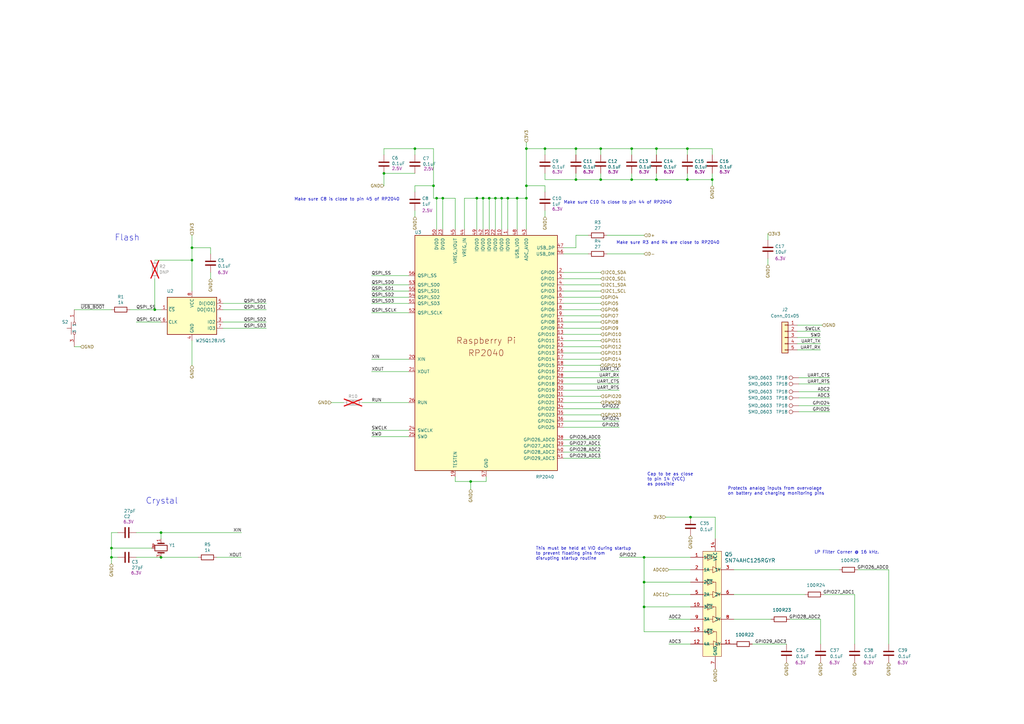
<source format=kicad_sch>
(kicad_sch (version 20230121) (generator eeschema)
  (paper "A3")
  (title_block (title "RP2040 Minimal Design Example") (date "2020-12-18") (rev "REV1") (company "Raspberry Pi (Trading) Ltd"))
  (lib_symbols
    (symbol "Connector_Generic:Conn_01x05" (pin_names (offset 1.016) hide)
      (property "Reference" "J" (at 0 7.62 0))
      (property "Value" "Conn_01x05" (at 0 -7.62 0))
      (symbol "Conn_01x05_1_1"
        (rectangle (start -1.27 -4.953) (end 0 -5.207) (stroke (width 0.1524)))
        (rectangle (start -1.27 -2.413) (end 0 -2.667) (stroke (width 0.1524)))
        (rectangle (start -1.27 0.127) (end 0 -0.127) (stroke (width 0.1524)))
        (rectangle (start -1.27 2.667) (end 0 2.413) (stroke (width 0.1524)))
        (rectangle (start -1.27 5.207) (end 0 4.953) (stroke (width 0.1524)))
        (rectangle (start -1.27 6.35) (end 1.27 -6.35) (stroke (width 0.254)) (fill (type background)))
        (pin passive line (at -5.08 5.08 0) (length 3.81) (name "Pin_1") (number "1"))
        (pin passive line (at -5.08 2.54 0) (length 3.81) (name "Pin_2") (number "2"))
        (pin passive line (at -5.08 0 0) (length 3.81) (name "Pin_3") (number "3"))
        (pin passive line (at -5.08 -2.54 0) (length 3.81) (name "Pin_4") (number "4"))
        (pin passive line (at -5.08 -5.08 0) (length 3.81) (name "Pin_5") (number "5"))
      )
    )
    (symbol "Device:R" (pin_numbers hide) (pin_names (offset 0))
      (property "Reference" "R" (at 2.032 0 90))
      (property "Value" "R" (at 0 0 90))
      (symbol "R_0_1"
        (rectangle (start -1.016 -2.54) (end 1.016 2.54) (stroke (width 0.254)))
      )
      (symbol "R_1_1"
        (pin passive line (at 0 3.81 270) (length 1.27) (name "~") (number "1"))
        (pin passive line (at 0 -3.81 90) (length 1.27) (name "~") (number "2"))
      )
    )
    (symbol "robot:C" (pin_numbers hide) (pin_names (offset 0.254))
      (property "Reference" "C" (at 0.635 2.54 0))
      (property "Value" "C" (at 0.635 -2.54 0))
      (symbol "C_0_1"
        (polyline (pts (xy -2.032 -0.762) (xy 2.032 -0.762)) (stroke (width 0.508)))
        (polyline (pts (xy -2.032 0.762) (xy 2.032 0.762)) (stroke (width 0.508)))
      )
      (symbol "C_1_1"
        (pin passive line (at 0 3.81 270) (length 2.794) (name "~") (number "1"))
        (pin passive line (at 0 -3.81 90) (length 2.794) (name "~") (number "2"))
      )
    )
    (symbol "robot:Crystal" (pin_names (offset 1.016) hide)
      (property "Reference" "Y1" (at -1.1684 3.3274 90))
      (symbol "Crystal_0_1"
        (rectangle (start -1.143 2.54) (end 1.143 -2.54) (stroke (width 0.3048)))
        (polyline (pts (xy -2.54 0) (xy -1.905 0)))
        (polyline (pts (xy -1.905 -1.27) (xy -1.905 1.27)) (stroke (width 0.508)))
        (polyline (pts (xy 1.905 -1.27) (xy 1.905 1.27)) (stroke (width 0.508)))
        (polyline (pts (xy 2.54 0) (xy 1.905 0)))
      )
      (symbol "Crystal_1_1"
        (pin passive line (at -3.81 0 0) (length 1.27) (name "") (number "1"))
        (pin passive line (at 0 -3.81 90) (length 1.27) (name "GND") (number "2"))
        (pin passive line (at 3.81 0 180) (length 1.27) (name "") (number "3"))
        (pin passive line (at 0 -3.81 90) (length 1.27) (name "GND") (number "4"))
      )
    )
    (symbol "robot:R" (pin_numbers hide) (pin_names (offset 0))
      (property "Reference" "R" (at 2.032 0 90))
      (property "Value" "R" (at 0 0 90))
      (symbol "R_0_1"
        (rectangle (start -1.016 -2.54) (end 1.016 2.54) (stroke (width 0.254)))
      )
      (symbol "R_1_1"
        (pin passive line (at 0 3.81 270) (length 1.27) (name "~") (number "1"))
        (pin passive line (at 0 -3.81 90) (length 1.27) (name "~") (number "2"))
      )
    )
    (symbol "robot:RP2040" (pin_names (offset 1.016))
      (property "Reference" "U" (at -29.21 49.53 0))
      (property "Value" "RP2040" (at 24.13 -49.53 0))
      (symbol "RP2040_0_0"
        (text "Raspberry Pi" (at 0 5.08 0) (effects (font (size 2.54 2.54))))
        (text "RP2040" (at 0 0 0) (effects (font (size 2.54 2.54))))
      )
      (symbol "RP2040_0_1"
        (rectangle (start 29.21 48.26) (end -29.21 -48.26) (stroke (width 0.254)) (fill (type background)))
      )
      (symbol "RP2040_1_1"
        (pin power_in line (at 8.89 50.8 270) (length 2.54) (name "IOVDD") (number "1"))
        (pin power_in line (at 6.35 50.8 270) (length 2.54) (name "IOVDD") (number "10"))
        (pin bidirectional line (at 31.75 12.7 180) (length 2.54) (name "GPIO8") (number "11"))
        (pin bidirectional line (at 31.75 10.16 180) (length 2.54) (name "GPIO9") (number "12"))
        (pin bidirectional line (at 31.75 7.62 180) (length 2.54) (name "GPIO10") (number "13"))
        (pin bidirectional line (at 31.75 5.08 180) (length 2.54) (name "GPIO11") (number "14"))
        (pin bidirectional line (at 31.75 2.54 180) (length 2.54) (name "GPIO12") (number "15"))
        (pin bidirectional line (at 31.75 0 180) (length 2.54) (name "GPIO13") (number "16"))
        (pin bidirectional line (at 31.75 -2.54 180) (length 2.54) (name "GPIO14") (number "17"))
        (pin bidirectional line (at 31.75 -5.08 180) (length 2.54) (name "GPIO15") (number "18"))
        (pin passive line (at -12.7 -50.8 90) (length 2.54) (name "TESTEN") (number "19"))
        (pin bidirectional line (at 31.75 33.02 180) (length 2.54) (name "GPIO0") (number "2"))
        (pin input line (at -31.75 -2.54 0) (length 2.54) (name "XIN") (number "20"))
        (pin passive line (at -31.75 -7.62 0) (length 2.54) (name "XOUT") (number "21"))
        (pin power_in line (at 3.81 50.8 270) (length 2.54) (name "IOVDD") (number "22"))
        (pin power_in line (at -17.78 50.8 270) (length 2.54) (name "DVDD") (number "23"))
        (pin output line (at -31.75 -31.75 0) (length 2.54) (name "SWCLK") (number "24"))
        (pin bidirectional line (at -31.75 -34.29 0) (length 2.54) (name "SWD") (number "25"))
        (pin input line (at -31.75 -20.32 0) (length 2.54) (name "RUN") (number "26"))
        (pin bidirectional line (at 31.75 -7.62 180) (length 2.54) (name "GPIO16") (number "27"))
        (pin bidirectional line (at 31.75 -10.16 180) (length 2.54) (name "GPIO17") (number "28"))
        (pin bidirectional line (at 31.75 -12.7 180) (length 2.54) (name "GPIO18") (number "29"))
        (pin bidirectional line (at 31.75 30.48 180) (length 2.54) (name "GPIO1") (number "3"))
        (pin bidirectional line (at 31.75 -15.24 180) (length 2.54) (name "GPIO19") (number "30"))
        (pin bidirectional line (at 31.75 -17.78 180) (length 2.54) (name "GPIO20") (number "31"))
        (pin bidirectional line (at 31.75 -20.32 180) (length 2.54) (name "GPIO21") (number "32"))
        (pin power_in line (at 1.27 50.8 270) (length 2.54) (name "IOVDD") (number "33"))
        (pin bidirectional line (at 31.75 -22.86 180) (length 2.54) (name "GPIO22") (number "34"))
        (pin bidirectional line (at 31.75 -25.4 180) (length 2.54) (name "GPIO23") (number "35"))
        (pin bidirectional line (at 31.75 -27.94 180) (length 2.54) (name "GPIO24") (number "36"))
        (pin bidirectional line (at 31.75 -30.48 180) (length 2.54) (name "GPIO25") (number "37"))
        (pin bidirectional line (at 31.75 -35.56 180) (length 2.54) (name "GPIO26_ADC0") (number "38"))
        (pin bidirectional line (at 31.75 -38.1 180) (length 2.54) (name "GPIO27_ADC1") (number "39"))
        (pin bidirectional line (at 31.75 27.94 180) (length 2.54) (name "GPIO2") (number "4"))
        (pin bidirectional line (at 31.75 -40.64 180) (length 2.54) (name "GPIO28_ADC2") (number "40"))
        (pin bidirectional line (at 31.75 -43.18 180) (length 2.54) (name "GPIO29_ADC3") (number "41"))
        (pin power_in line (at -1.27 50.8 270) (length 2.54) (name "IOVDD") (number "42"))
        (pin power_in line (at 16.51 50.8 270) (length 2.54) (name "ADC_AVDD") (number "43"))
        (pin power_in line (at -8.89 50.8 270) (length 2.54) (name "VREG_IN") (number "44"))
        (pin power_out line (at -12.7 50.8 270) (length 2.54) (name "VREG_VOUT") (number "45"))
        (pin bidirectional line (at 31.75 40.64 180) (length 2.54) (name "USB_DM") (number "46"))
        (pin bidirectional line (at 31.75 43.18 180) (length 2.54) (name "USB_DP") (number "47"))
        (pin power_in line (at 12.7 50.8 270) (length 2.54) (name "USB_VDD") (number "48"))
        (pin power_in line (at -3.81 50.8 270) (length 2.54) (name "IOVDD") (number "49"))
        (pin bidirectional line (at 31.75 25.4 180) (length 2.54) (name "GPIO3") (number "5"))
        (pin power_in line (at -20.32 50.8 270) (length 2.54) (name "DVDD") (number "50"))
        (pin bidirectional line (at -31.75 20.32 0) (length 2.54) (name "QSPI_SD3") (number "51"))
        (pin output line (at -31.75 16.51 0) (length 2.54) (name "QSPI_SCLK") (number "52"))
        (pin bidirectional line (at -31.75 27.94 0) (length 2.54) (name "QSPI_SD0") (number "53"))
        (pin bidirectional line (at -31.75 22.86 0) (length 2.54) (name "QSPI_SD2") (number "54"))
        (pin bidirectional line (at -31.75 25.4 0) (length 2.54) (name "QSPI_SD1") (number "55"))
        (pin bidirectional line (at -31.75 31.75 0) (length 2.54) (name "QSPI_SS") (number "56"))
        (pin power_in line (at 0 -50.8 90) (length 2.54) (name "GND") (number "57"))
        (pin bidirectional line (at 31.75 22.86 180) (length 2.54) (name "GPIO4") (number "6"))
        (pin bidirectional line (at 31.75 20.32 180) (length 2.54) (name "GPIO5") (number "7"))
        (pin bidirectional line (at 31.75 17.78 180) (length 2.54) (name "GPIO6") (number "8"))
        (pin bidirectional line (at 31.75 15.24 180) (length 2.54) (name "GPIO7") (number "9"))
      )
    )
    (symbol "robot:SN74AHC125RGYR" (pin_names (offset 0.254))
      (property "Reference" "U" (at 0 41.91 0))
      (property "Value" "SN74AHC125RGYR" (at 0 39.37 0))
      (symbol "SN74AHC125RGYR_0_0"
        (pin input line (at 1.27 -29.21 90) (length 5.08) hide (name "GND") (number "PAD"))
      )
      (symbol "SN74AHC125RGYR_0_1"
        (rectangle (start -3.81 19.05) (end 3.81 -24.13) (fill (type background)))
        (circle (center -2.286 -3.81) (radius 0.254))
        (circle (center -2.286 6.35) (radius 0.254))
        (circle (center -2.286 16.51) (radius 0.254))
        (circle (center -2.032 -13.97) (radius 0.254))
        (polyline (pts (xy -2.54 -3.81) (xy -3.937 -3.81)))
        (polyline (pts (xy -2.54 6.35) (xy -3.937 6.35)))
        (polyline (pts (xy -2.54 16.51) (xy -3.937 16.51)))
        (polyline (pts (xy -2.286 -13.97) (xy -3.683 -13.97)))
        (polyline (pts (xy 0.254 -8.89) (xy -3.81 -8.89)))
        (polyline (pts (xy 0.254 1.27) (xy -3.81 1.27)))
        (polyline (pts (xy 0.254 11.43) (xy -3.81 11.43)))
        (polyline (pts (xy 0.508 -19.05) (xy -3.556 -19.05)))
        (polyline (pts (xy 2.667 -8.89) (xy 3.683 -8.89)))
        (polyline (pts (xy 2.667 1.27) (xy 3.683 1.27)))
        (polyline (pts (xy 2.667 11.43) (xy 3.683 11.43)))
        (polyline (pts (xy 2.921 -19.05) (xy 3.937 -19.05)))
        (polyline (pts (xy 1.524 -8.255) (xy 1.524 -3.81) (xy 0.635 -3.81)))
        (polyline (pts (xy 1.524 1.905) (xy 1.524 6.35) (xy 0.635 6.35)))
        (polyline (pts (xy 1.524 12.065) (xy 1.524 16.51) (xy 0.635 16.51)))
        (polyline (pts (xy 1.778 -18.415) (xy 1.778 -13.97) (xy 0.889 -13.97)))
        (polyline (pts (xy -1.905 -2.54) (xy -1.905 -3.81) (xy -1.905 -5.08) (xy 0.635 -3.81) (xy -1.905 -2.54)))
        (polyline (pts (xy -1.905 7.62) (xy -1.905 6.35) (xy -1.905 5.08) (xy 0.635 6.35) (xy -1.905 7.62)))
        (polyline (pts (xy -1.905 17.78) (xy -1.905 16.51) (xy -1.905 15.24) (xy 0.635 16.51) (xy -1.905 17.78)))
        (polyline (pts (xy -1.651 -12.7) (xy -1.651 -13.97) (xy -1.651 -15.24) (xy 0.889 -13.97) (xy -1.651 -12.7)))
        (polyline (pts (xy 0.254 -7.62) (xy 0.254 -8.89) (xy 0.254 -10.16) (xy 2.794 -8.89) (xy 0.254 -7.62)))
        (polyline (pts (xy 0.254 2.54) (xy 0.254 1.27) (xy 0.254 0) (xy 2.794 1.27) (xy 0.254 2.54)))
        (polyline (pts (xy 0.254 12.7) (xy 0.254 11.43) (xy 0.254 10.16) (xy 2.794 11.43) (xy 0.254 12.7)))
        (polyline (pts (xy 0.508 -17.78) (xy 0.508 -19.05) (xy 0.508 -20.32) (xy 3.048 -19.05) (xy 0.508 -17.78)))
      )
      (symbol "SN74AHC125RGYR_1_1"
        (pin input line (at -8.89 16.51 0) (length 5.08) (name "1~{OE}") (number "1"))
        (pin input line (at -8.89 -3.81 0) (length 5.08) (name "3~{OE}") (number "10"))
        (pin output line (at 8.89 -19.05 180) (length 5.08) (name "4Y") (number "11"))
        (pin input line (at -8.89 -19.05 0) (length 5.08) (name "4A") (number "12"))
        (pin input line (at -8.89 -13.97 0) (length 5.08) (name "4~{OE}") (number "13"))
        (pin power_in line (at 1.27 24.13 270) (length 5.08) (name "VCC") (number "14"))
        (pin input line (at -8.89 11.43 0) (length 5.08) (name "1A") (number "2"))
        (pin output line (at 8.89 11.43 180) (length 5.08) (name "1Y") (number "3"))
        (pin input line (at -8.89 6.35 0) (length 5.08) (name "2~{OE}") (number "4"))
        (pin input line (at -8.89 1.27 0) (length 5.08) (name "2A") (number "5"))
        (pin output line (at 8.89 1.27 180) (length 5.08) (name "2Y") (number "6"))
        (pin power_in line (at 1.27 -29.21 90) (length 5.08) (name "GND") (number "7"))
        (pin output line (at 8.89 -8.89 180) (length 5.08) (name "3Y") (number "8"))
        (pin input line (at -8.89 -8.89 0) (length 5.08) (name "3A") (number "9"))
      )
    )
    (symbol "robot:TL3305AF260QG"
      (property "Reference" "S?" (at 1.27 3.81 0))
      (symbol "TL3305AF260QG_0_1"
        (circle (center -2.032 0) (radius 0.508))
        (polyline (pts (xy 0 1.27) (xy 0 3.048)))
        (polyline (pts (xy 2.54 1.27) (xy -2.54 1.27)))
        (circle (center 2.032 0) (radius 0.508))
      )
      (symbol "TL3305AF260QG_1_1"
        (pin passive line (at 7.62 0 180) (length 5.08) (name "1") (number "1"))
        (pin passive line (at 7.62 0 180) (length 5.08) hide (name "2") (number "2"))
        (pin passive line (at -7.62 0 0) (length 5.08) (name "3") (number "3"))
        (pin passive line (at -7.62 0 0) (length 5.08) hide (name "4") (number "4"))
      )
    )
    (symbol "robot:TestPoint" (pin_numbers hide) (pin_names (offset 0.762) hide)
      (property "Reference" "TP" (at 0 6.858 0))
      (symbol "TestPoint_0_1"
        (circle (center 0 3.302) (radius 0.762))
      )
      (symbol "TestPoint_1_1"
        (pin passive line (at 0 0 90) (length 2.54) (name "1") (number "1"))
      )
    )
    (symbol "robot:W25Q128JVS"
      (property "Reference" "U" (at -8.89 8.89 0))
      (property "Value" "W25Q128JVS" (at 7.62 8.89 0))
      (symbol "W25Q128JVS_0_1"
        (rectangle (start -10.16 7.62) (end 10.16 -7.62) (stroke (width 0.254)) (fill (type background)))
      )
      (symbol "W25Q128JVS_1_1"
        (pin input line (at -12.7 2.54 0) (length 2.54) (name "~{CS}") (number "1"))
        (pin bidirectional line (at 12.7 2.54 180) (length 2.54) (name "DO(IO1)") (number "2"))
        (pin bidirectional line (at 12.7 -2.54 180) (length 2.54) (name "IO2") (number "3"))
        (pin power_in line (at 0 -10.16 90) (length 2.54) (name "GND") (number "4"))
        (pin bidirectional line (at 12.7 5.08 180) (length 2.54) (name "DI(IO0)") (number "5"))
        (pin input line (at -12.7 -2.54 0) (length 2.54) (name "CLK") (number "6"))
        (pin bidirectional line (at 12.7 -5.08 180) (length 2.54) (name "IO3") (number "7"))
        (pin power_in line (at 0 10.16 270) (length 2.54) (name "VCC") (number "8"))
      )
    )
  )
  (junction (at 223.52 60.96))
  (junction (at 179.07 81.28))
  (junction (at 264.16 248.92))
  (junction (at 78.74 106.68))
  (junction (at 215.9 60.96))
  (junction (at 236.22 73.66))
  (junction (at 246.38 60.96))
  (junction (at 281.94 73.66))
  (junction (at 45.72 228.6))
  (junction (at 283.21 212.09))
  (junction (at 45.72 224.79))
  (junction (at 200.66 81.28))
  (junction (at 264.16 228.6))
  (junction (at 205.74 81.28))
  (junction (at 215.9 81.28))
  (junction (at 259.08 60.96))
  (junction (at 259.08 73.66))
  (junction (at 195.58 81.28))
  (junction (at 177.8 76.2))
  (junction (at 281.94 60.96))
  (junction (at 215.9 76.2))
  (junction (at 246.38 73.66))
  (junction (at 181.61 81.28))
  (junction (at 236.22 60.96))
  (junction (at 208.28 81.28))
  (junction (at 269.24 60.96))
  (junction (at 170.18 60.96))
  (junction (at 269.24 73.66))
  (junction (at 193.04 197.485))
  (junction (at 66.04 228.6))
  (junction (at 212.09 81.28))
  (junction (at 264.16 238.76))
  (junction (at 66.04 218.44))
  (junction (at 292.1 73.66))
  (junction (at 203.2 81.28))
  (junction (at 198.12 81.28))
  (junction (at 78.74 101.6))
  (junction (at 157.48 71.12))
  (junction (at 63.5 127))
  (wire (pts (xy 186.69 93.98) (xy 186.69 81.28)))
  (wire (pts (xy 223.52 78.74) (xy 223.52 76.2)))
  (wire (pts (xy 55.88 218.44) (xy 66.04 218.44)))
  (wire (pts (xy 264.16 259.08) (xy 264.16 248.92)))
  (wire (pts (xy 246.38 63.5) (xy 246.38 60.96)))
  (wire (pts (xy 314.96 106.045) (xy 314.96 108.585)))
  (wire (pts (xy 167.64 179.07) (xy 152.4 179.07)))
  (wire (pts (xy 246.38 71.12) (xy 246.38 73.66)))
  (wire (pts (xy 30.48 127) (xy 45.72 127)))
  (wire (pts (xy 78.74 96.52) (xy 78.74 101.6)))
  (wire (pts (xy 283.21 212.09) (xy 293.37 212.09)))
  (wire (pts (xy 274.32 264.16) (xy 283.21 264.16)))
  (wire (pts (xy 231.14 170.18) (xy 246.38 170.18)))
  (wire (pts (xy 152.4 116.84) (xy 167.64 116.84)))
  (wire (pts (xy 351.79 233.68) (xy 364.49 233.68)))
  (wire (pts (xy 215.9 60.96) (xy 223.52 60.96)))
  (wire (pts (xy 231.14 119.38) (xy 246.38 119.38)))
  (wire (pts (xy 336.55 254) (xy 336.55 264.16)))
  (wire (pts (xy 181.61 81.28) (xy 186.69 81.28)))
  (wire (pts (xy 86.36 111.76) (xy 86.36 114.3)))
  (wire (pts (xy 231.14 114.3) (xy 246.38 114.3)))
  (wire (pts (xy 231.14 111.76) (xy 246.38 111.76)))
  (wire (pts (xy 208.28 81.28) (xy 208.28 93.98)))
  (wire (pts (xy 190.5 81.28) (xy 195.58 81.28)))
  (wire (pts (xy 48.26 218.44) (xy 45.72 218.44)))
  (wire (pts (xy 215.9 60.96) (xy 215.9 76.2)))
  (wire (pts (xy 274.32 254) (xy 283.21 254)))
  (wire (pts (xy 198.12 93.98) (xy 198.12 81.28)))
  (wire (pts (xy 157.48 63.5) (xy 157.48 60.96)))
  (wire (pts (xy 293.37 212.09) (xy 293.37 220.98)))
  (wire (pts (xy 157.48 71.12) (xy 157.48 76.2)))
  (wire (pts (xy 236.22 96.52) (xy 236.22 101.6)))
  (wire (pts (xy 231.14 124.46) (xy 246.38 124.46)))
  (wire (pts (xy 45.72 228.6) (xy 45.72 231.14)))
  (wire (pts (xy 236.22 96.52) (xy 241.3 96.52)))
  (wire (pts (xy 236.22 73.66) (xy 223.52 73.66)))
  (wire (pts (xy 167.64 113.03) (xy 152.4 113.03)))
  (wire (pts (xy 231.14 180.34) (xy 246.38 180.34)))
  (wire (pts (xy 215.9 81.28) (xy 215.9 93.98)))
  (wire (pts (xy 281.94 73.66) (xy 292.1 73.66)))
  (wire (pts (xy 91.44 134.62) (xy 109.22 134.62)))
  (wire (pts (xy 203.2 81.28) (xy 205.74 81.28)))
  (wire (pts (xy 179.07 81.28) (xy 177.8 81.28)))
  (wire (pts (xy 200.66 81.28) (xy 203.2 81.28)))
  (wire (pts (xy 66.04 228.6) (xy 81.28 228.6)))
  (wire (pts (xy 337.82 243.84) (xy 350.52 243.84)))
  (wire (pts (xy 236.22 60.96) (xy 246.38 60.96)))
  (wire (pts (xy 231.14 160.02) (xy 254 160.02)))
  (wire (pts (xy 223.52 60.96) (xy 236.22 60.96)))
  (wire (pts (xy 86.36 104.14) (xy 86.36 101.6)))
  (wire (pts (xy 340.36 168.91) (xy 327.66 168.91)))
  (wire (pts (xy 30.48 142.24) (xy 33.02 142.24)))
  (wire (pts (xy 186.69 195.58) (xy 186.69 197.485)))
  (wire (pts (xy 212.09 81.28) (xy 215.9 81.28)))
  (wire (pts (xy 246.38 60.96) (xy 259.08 60.96)))
  (wire (pts (xy 53.34 127) (xy 63.5 127)))
  (wire (pts (xy 269.24 71.12) (xy 269.24 73.66)))
  (wire (pts (xy 281.94 63.5) (xy 281.94 60.96)))
  (wire (pts (xy 259.08 71.12) (xy 259.08 73.66)))
  (wire (pts (xy 231.14 116.84) (xy 246.38 116.84)))
  (wire (pts (xy 231.14 134.62) (xy 246.38 134.62)))
  (wire (pts (xy 327.66 157.48) (xy 340.36 157.48)))
  (wire (pts (xy 231.14 104.14) (xy 241.3 104.14)))
  (wire (pts (xy 231.14 144.78) (xy 246.38 144.78)))
  (wire (pts (xy 236.22 71.12) (xy 236.22 73.66)))
  (wire (pts (xy 152.4 124.46) (xy 167.64 124.46)))
  (wire (pts (xy 45.72 224.79) (xy 62.23 224.79)))
  (wire (pts (xy 177.8 76.2) (xy 177.8 81.28)))
  (wire (pts (xy 157.48 60.96) (xy 170.18 60.96)))
  (wire (pts (xy 281.94 60.96) (xy 292.1 60.96)))
  (wire (pts (xy 199.39 197.485) (xy 193.04 197.485)))
  (wire (pts (xy 231.14 182.88) (xy 246.38 182.88)))
  (wire (pts (xy 327.025 135.89) (xy 336.55 135.89)))
  (wire (pts (xy 264.16 238.76) (xy 283.21 238.76)))
  (wire (pts (xy 231.14 162.56) (xy 246.38 162.56)))
  (wire (pts (xy 231.14 157.48) (xy 254 157.48)))
  (wire (pts (xy 231.14 121.92) (xy 246.38 121.92)))
  (wire (pts (xy 292.1 63.5) (xy 292.1 60.96)))
  (wire (pts (xy 157.48 71.12) (xy 170.18 71.12)))
  (wire (pts (xy 231.14 172.72) (xy 254 172.72)))
  (wire (pts (xy 327.025 143.51) (xy 336.55 143.51)))
  (wire (pts (xy 259.08 60.96) (xy 269.24 60.96)))
  (wire (pts (xy 198.12 81.28) (xy 200.66 81.28)))
  (wire (pts (xy 170.18 60.96) (xy 177.8 60.96)))
  (wire (pts (xy 205.74 81.28) (xy 208.28 81.28)))
  (wire (pts (xy 322.58 264.16) (xy 308.61 264.16)))
  (wire (pts (xy 246.38 73.66) (xy 236.22 73.66)))
  (wire (pts (xy 66.04 218.44) (xy 99.06 218.44)))
  (wire (pts (xy 170.18 78.74) (xy 170.18 76.2)))
  (wire (pts (xy 269.24 60.96) (xy 281.94 60.96)))
  (wire (pts (xy 264.16 248.92) (xy 283.21 248.92)))
  (wire (pts (xy 170.18 86.36) (xy 170.18 88.9)))
  (wire (pts (xy 63.5 106.68) (xy 78.74 106.68)))
  (wire (pts (xy 300.99 254) (xy 316.23 254)))
  (wire (pts (xy 78.74 106.68) (xy 78.74 119.38)))
  (wire (pts (xy 140.97 165.1) (xy 135.89 165.1)))
  (wire (pts (xy 63.5 114.3) (xy 63.5 127)))
  (wire (pts (xy 215.9 76.2) (xy 223.52 76.2)))
  (wire (pts (xy 215.9 76.2) (xy 215.9 81.28)))
  (wire (pts (xy 350.52 264.16) (xy 350.52 243.84)))
  (wire (pts (xy 327.025 138.43) (xy 336.55 138.43)))
  (wire (pts (xy 200.66 93.98) (xy 200.66 81.28)))
  (wire (pts (xy 254 228.6) (xy 264.16 228.6)))
  (wire (pts (xy 193.04 197.485) (xy 193.04 200.66)))
  (wire (pts (xy 231.14 101.6) (xy 236.22 101.6)))
  (wire (pts (xy 55.88 132.08) (xy 66.04 132.08)))
  (wire (pts (xy 91.44 132.08) (xy 109.22 132.08)))
  (wire (pts (xy 231.14 152.4) (xy 254 152.4)))
  (wire (pts (xy 66.04 220.98) (xy 66.04 218.44)))
  (wire (pts (xy 264.16 238.76) (xy 264.16 228.6)))
  (wire (pts (xy 45.72 224.79) (xy 45.72 228.6)))
  (wire (pts (xy 48.26 228.6) (xy 45.72 228.6)))
  (wire (pts (xy 223.52 63.5) (xy 223.52 60.96)))
  (wire (pts (xy 231.14 142.24) (xy 246.38 142.24)))
  (wire (pts (xy 259.08 73.66) (xy 246.38 73.66)))
  (wire (pts (xy 327.025 133.35) (xy 337.185 133.35)))
  (wire (pts (xy 264.16 248.92) (xy 264.16 238.76)))
  (wire (pts (xy 203.2 93.98) (xy 203.2 81.28)))
  (wire (pts (xy 167.64 152.4) (xy 152.4 152.4)))
  (wire (pts (xy 236.22 63.5) (xy 236.22 60.96)))
  (wire (pts (xy 340.36 163.195) (xy 327.66 163.195)))
  (wire (pts (xy 273.05 212.09) (xy 283.21 212.09)))
  (wire (pts (xy 231.14 127) (xy 246.38 127)))
  (wire (pts (xy 186.69 197.485) (xy 193.04 197.485)))
  (wire (pts (xy 231.14 132.08) (xy 246.38 132.08)))
  (wire (pts (xy 274.32 243.84) (xy 283.21 243.84)))
  (wire (pts (xy 215.9 58.42) (xy 215.9 60.96)))
  (wire (pts (xy 231.14 165.1) (xy 246.38 165.1)))
  (wire (pts (xy 231.14 167.64) (xy 254 167.64)))
  (wire (pts (xy 314.96 95.885) (xy 314.96 98.425)))
  (wire (pts (xy 269.24 73.66) (xy 259.08 73.66)))
  (wire (pts (xy 231.14 149.86) (xy 246.38 149.86)))
  (wire (pts (xy 327.025 140.97) (xy 336.55 140.97)))
  (wire (pts (xy 152.4 121.92) (xy 167.64 121.92)))
  (wire (pts (xy 170.18 63.5) (xy 170.18 60.96)))
  (wire (pts (xy 45.72 218.44) (xy 45.72 224.79)))
  (wire (pts (xy 231.14 187.96) (xy 246.38 187.96)))
  (wire (pts (xy 195.58 93.98) (xy 195.58 81.28)))
  (wire (pts (xy 199.39 195.58) (xy 199.39 197.485)))
  (wire (pts (xy 336.55 254) (xy 323.85 254)))
  (wire (pts (xy 88.9 228.6) (xy 99.06 228.6)))
  (wire (pts (xy 364.49 264.16) (xy 364.49 233.68)))
  (wire (pts (xy 212.09 93.98) (xy 212.09 81.28)))
  (wire (pts (xy 292.1 73.66) (xy 292.1 76.2)))
  (wire (pts (xy 327.66 154.94) (xy 340.36 154.94)))
  (wire (pts (xy 231.14 154.94) (xy 254 154.94)))
  (wire (pts (xy 223.52 71.12) (xy 223.52 73.66)))
  (wire (pts (xy 55.88 228.6) (xy 66.04 228.6)))
  (wire (pts (xy 231.14 147.32) (xy 246.38 147.32)))
  (wire (pts (xy 195.58 81.28) (xy 198.12 81.28)))
  (wire (pts (xy 231.14 137.16) (xy 246.38 137.16)))
  (wire (pts (xy 340.36 160.655) (xy 327.66 160.655)))
  (wire (pts (xy 231.14 185.42) (xy 246.38 185.42)))
  (wire (pts (xy 148.59 165.1) (xy 167.64 165.1)))
  (wire (pts (xy 91.44 127) (xy 109.22 127)))
  (wire (pts (xy 181.61 93.98) (xy 181.61 81.28)))
  (wire (pts (xy 179.07 81.28) (xy 179.07 93.98)))
  (wire (pts (xy 167.64 176.53) (xy 152.4 176.53)))
  (wire (pts (xy 231.14 139.7) (xy 246.38 139.7)))
  (wire (pts (xy 152.4 119.38) (xy 167.64 119.38)))
  (wire (pts (xy 179.07 81.28) (xy 181.61 81.28)))
  (wire (pts (xy 231.14 129.54) (xy 246.38 129.54)))
  (wire (pts (xy 190.5 93.98) (xy 190.5 81.28)))
  (wire (pts (xy 167.64 128.27) (xy 152.4 128.27)))
  (wire (pts (xy 63.5 127) (xy 66.04 127)))
  (wire (pts (xy 269.24 63.5) (xy 269.24 60.96)))
  (wire (pts (xy 231.14 175.26) (xy 254 175.26)))
  (wire (pts (xy 283.21 259.08) (xy 264.16 259.08)))
  (wire (pts (xy 292.1 71.12) (xy 292.1 73.66)))
  (wire (pts (xy 78.74 139.7) (xy 78.74 149.86)))
  (wire (pts (xy 300.99 233.68) (xy 344.17 233.68)))
  (wire (pts (xy 264.16 228.6) (xy 283.21 228.6)))
  (wire (pts (xy 78.74 101.6) (xy 78.74 106.68)))
  (wire (pts (xy 152.4 147.32) (xy 167.64 147.32)))
  (wire (pts (xy 281.94 71.12) (xy 281.94 73.66)))
  (wire (pts (xy 170.18 76.2) (xy 177.8 76.2)))
  (wire (pts (xy 223.52 86.36) (xy 223.52 88.9)))
  (wire (pts (xy 300.99 243.84) (xy 330.2 243.84)))
  (wire (pts (xy 281.94 73.66) (xy 269.24 73.66)))
  (wire (pts (xy 91.44 124.46) (xy 109.22 124.46)))
  (wire (pts (xy 86.36 101.6) (xy 78.74 101.6)))
  (wire (pts (xy 177.8 60.96) (xy 177.8 76.2)))
  (wire (pts (xy 205.74 93.98) (xy 205.74 81.28)))
  (wire (pts (xy 248.92 96.52) (xy 264.16 96.52)))
  (wire (pts (xy 248.92 104.14) (xy 264.16 104.14)))
  (wire (pts (xy 274.32 233.68) (xy 283.21 233.68)))
  (wire (pts (xy 208.28 81.28) (xy 212.09 81.28)))
  (wire (pts (xy 340.36 166.37) (xy 327.66 166.37)))
  (wire (pts (xy 259.08 63.5) (xy 259.08 60.96)))
  (text "Make sure C8 is close to pin 45 of RP2040" (at 120.65 82.55 0) (effects (font (size 1.27 1.27)) (justify left bottom)))
  (text "LP Filter Corner @ 16 kHz." (at 334.01 227.33 0) (effects (font (size 1.27 1.27)) (justify left bottom)))
  (text "Cap to be as close \nto pin 14 (VCC) \nas possible" (at 265.43 199.39 0) (effects (font (size 1.27 1.27)) (justify left bottom)))
  (text "Make sure C10 is close to pin 44 of RP2040" (at 231.14 83.82 0) (effects (font (size 1.27 1.27)) (justify left bottom)))
  (text "Protects analog inputs from overvolage\non battery and charging monitoring pins" (at 298.45 203.2 0) (effects (font (size 1.27 1.27)) (justify left bottom)))
  (text "This must be held at VIO during startup\nto prevent floating pins from\ndisrupting startup routine" (at 219.71 229.87 0) (effects (font (size 1.27 1.27)) (justify left bottom)))
  (text "Flash" (at 46.99 99.06 0) (effects (font (size 2.54 2.54)) (justify left bottom)))
  (text "Crystal" (at 59.69 207.01 0) (effects (font (size 2.54 2.54)) (justify left bottom)))
  (text "Make sure R3 and R4 are close to RP2040" (at 252.73 100.33 0) (effects (font (size 1.27 1.27)) (justify left bottom)))
  (label "GPIO22" (at 254 167.64 180))
  (label "GPIO25" (at 340.36 168.91 180))
  (label "QSPI_SCLK" (at 152.4 128.27 0))
  (label "SWCLK" (at 152.4 176.53 0))
  (label "QSPI_SD3" (at 109.22 134.62 180))
  (label "XOUT" (at 152.4 152.4 0))
  (label "QSPI_SD0" (at 109.22 124.46 180))
  (label "QSPI_SD0" (at 152.4 116.84 0))
  (label "ADC3" (at 340.36 163.195 180))
  (label "UART_CTS" (at 340.36 154.94 180))
  (label "QSPI_SD2" (at 152.4 121.92 0))
  (label "GPIO29_ADC3" (at 322.58 264.16 180))
  (label "~{USB_BOOT}" (at 33.02 127 0))
  (label "QSPI_SD2" (at 109.22 132.08 180))
  (label "SWD" (at 152.4 179.07 0))
  (label "GPIO22" (at 254 228.6 0))
  (label "SWCLK" (at 336.55 135.89 180))
  (label "UART_RTS" (at 340.36 157.48 180))
  (label "UART_TX" (at 254 152.4 180))
  (label "XIN" (at 152.4 147.32 0))
  (label "GPIO26_ADC0" (at 364.49 233.68 180))
  (label "ADC2" (at 274.32 254 0))
  (label "GPIO27_ADC1" (at 246.38 182.88 180))
  (label "ADC2" (at 340.36 160.655 180))
  (label "UART_CTS" (at 254 157.48 180))
  (label "QSPI_SCLK" (at 55.88 132.08 0))
  (label "GPIO26_ADC0" (at 246.38 180.34 180))
  (label "QSPI_SD1" (at 109.22 127 180))
  (label "QSPI_SS" (at 55.88 127 0))
  (label "GPIO27_ADC1" (at 350.52 243.84 180))
  (label "SWD" (at 336.55 138.43 180))
  (label "GPIO28_ADC2" (at 336.55 254 180))
  (label "UART_RX" (at 336.55 143.51 180))
  (label "GPIO29_ADC3" (at 246.38 187.96 180))
  (label "GPIO24" (at 254 172.72 180))
  (label "RUN" (at 152.4 165.1 0))
  (label "UART_RTS" (at 254 160.02 180))
  (label "GPIO24" (at 340.36 166.37 180))
  (label "GPIO28_ADC2" (at 246.38 185.42 180))
  (label "QSPI_SD3" (at 152.4 124.46 0))
  (label "XOUT" (at 99.06 228.6 180))
  (label "QSPI_SD1" (at 152.4 119.38 0))
  (label "UART_RX" (at 254 154.94 180))
  (label "ADC3" (at 274.32 264.16 0))
  (label "GPIO25" (at 254 175.26 180))
  (label "QSPI_SS" (at 152.4 113.03 0))
  (label "XIN" (at 99.06 218.44 180))
  (label "UART_TX" (at 336.55 140.97 180))
  (hierarchical_label "GND" (shape input) (at 336.55 271.78 270))
  (hierarchical_label "GPIO6" (shape input) (at 246.38 127 0))
  (hierarchical_label "GND" (shape input) (at 223.52 88.9 270))
  (hierarchical_label "GND" (shape input) (at 283.21 219.71 270))
  (hierarchical_label "I2C1_SDA" (shape input) (at 246.38 116.84 0))
  (hierarchical_label "GND" (shape input) (at 293.37 274.32 270))
  (hierarchical_label "ADC0" (shape input) (at 274.32 233.68 180))
  (hierarchical_label "3V3" (shape input) (at 273.05 212.09 180))
  (hierarchical_label "GPIO5" (shape input) (at 246.38 124.46 0))
  (hierarchical_label "ADC1" (shape input) (at 274.32 243.84 180))
  (hierarchical_label "3V3" (shape input) (at 215.9 58.42 90))
  (hierarchical_label "PWM2B" (shape input) (at 246.38 165.1 0))
  (hierarchical_label "GPIO15" (shape input) (at 246.178 149.86 0))
  (hierarchical_label "GND" (shape input) (at 337.185 133.35 0))
  (hierarchical_label "GND" (shape input) (at 170.18 88.9 270))
  (hierarchical_label "GND" (shape input) (at 364.49 271.78 270))
  (hierarchical_label "GPIO13" (shape input) (at 246.38 144.78 0))
  (hierarchical_label "GPIO23" (shape input) (at 246.38 170.18 0))
  (hierarchical_label "D-" (shape input) (at 264.16 104.14 0))
  (hierarchical_label "I2C1_SCL" (shape input) (at 246.38 119.38 0))
  (hierarchical_label "GND" (shape input) (at 314.96 108.585 270))
  (hierarchical_label "GND" (shape input) (at 33.02 142.24 0))
  (hierarchical_label "GND" (shape input) (at 350.52 271.78 270))
  (hierarchical_label "GND" (shape input) (at 292.1 76.2 270))
  (hierarchical_label "GPIO8" (shape input) (at 246.38 132.08 0))
  (hierarchical_label "GPIO4" (shape input) (at 246.38 121.92 0))
  (hierarchical_label "GPIO12" (shape input) (at 246.38 142.24 0))
  (hierarchical_label "GPIO9" (shape input) (at 246.38 134.62 0))
  (hierarchical_label "GND" (shape input) (at 193.04 200.66 270))
  (hierarchical_label "GND" (shape input) (at 322.58 271.78 270))
  (hierarchical_label "D+" (shape input) (at 264.16 96.52 0))
  (hierarchical_label "GND" (shape input) (at 86.36 114.3 270))
  (hierarchical_label "GPIO7" (shape input) (at 246.38 129.54 0))
  (hierarchical_label "GPIO11" (shape input) (at 246.38 139.7 0))
  (hierarchical_label "I2C0_SDA" (shape input) (at 246.38 111.76 0))
  (hierarchical_label "GPIO14" (shape input) (at 246.38 147.32 0))
  (hierarchical_label "GND" (shape input) (at 45.72 231.14 270))
  (hierarchical_label "I2C0_SCL" (shape input) (at 246.38 114.3 0))
  (hierarchical_label "GND" (shape input) (at 78.74 149.86 270))
  (hierarchical_label "3V3" (shape input) (at 314.96 95.885 0))
  (hierarchical_label "GND" (shape input) (at 135.89 165.1 180))
  (hierarchical_label "GPIO20" (shape input) (at 246.38 162.56 0))
  (hierarchical_label "GPIO10" (shape input) (at 246.38 137.16 0))
  (hierarchical_label "3V3" (shape input) (at 78.74 96.52 90))
  (hierarchical_label "GND" (shape input) (at 157.48 76.2 180))
  (symbol (lib_id "robot:RP2040") (at 199.39 144.78 0) (unit 1)
    (property "Reference" "U3" (at 171.45 95.25 0))
    (property "Value" "RP2040" (at 223.52 195.58 0))
    (property "Footprint" "robot:RP2040-QFN-56" (effects hide))
    (property "Datasheet" "https://datasheets.raspberrypi.com/rp2040/rp2040-datasheet.pdf" (effects hide))
    (property "Part Number" "SC0914(13)" (effects hide))
    (property "Manufacturer" "Raspberry Pi" (effects hide))
  )
  (symbol (lib_id "robot:C") (at 52.07 218.44 270) (unit 1)
    (property "Reference" "C2" (at 50.8 211.8614 90) (effects (justify left)))
    (property "Value" "27pF" (at 50.8 209.55 90) (effects (justify left)))
    (property "Footprint" "robot:C_0402_1005Metric" (effects hide))
    (property "Description" "6.3V" (at 52.705 213.995 90))
    (property "Manufacturer" "Murata" (effects hide))
    (property "Part Number" "GRM1555C1H270JA01J" (effects hide))
  )
  (symbol (lib_id "robot:C") (at 52.07 228.6 270) (unit 1)
    (property "Reference" "C3" (at 53.975 230.505 90) (effects (justify left)))
    (property "Value" "27pF" (at 53.975 232.8164 90) (effects (justify left)))
    (property "Footprint" "robot:C_0402_1005Metric" (effects hide))
    (property "Description" "6.3V" (at 55.88 234.95 90))
    (property "Manufacturer" "Murata" (effects hide))
    (property "Part Number" "GRM1555C1H270JA01J" (effects hide))
  )
  (symbol (lib_id "robot:W25Q128JVS") (at 78.74 129.54 0) (unit 1)
    (property "Reference" "U2" (at 69.85 119.38 0))
    (property "Value" "W25Q128JVS" (at 86.36 139.7 0))
    (property "Footprint" "robot:SOIC-8_5.23x5.23mm_P1.27mm" (effects hide))
    (property "Datasheet" "http://www.winbond.com/resource-files/w25q128jv_dtr%20revc%2003272018%20plus.pdf" (effects hide))
    (property "Part Number" "W25Q128JVSIQ" (effects hide))
    (property "Manufacturer" "Winbond" (effects hide))
  )
  (symbol (lib_id "robot:R") (at 63.5 110.49 0) (unit 1) (in_bom no) (dnp yes)
    (property "Reference" "R2" (at 65.278 109.3216 0) (effects (justify left)))
    (property "Value" "DNP" (at 65.278 111.633 0) (effects (justify left)))
    (property "Footprint" "robot:R_0402_1005Metric" (effects hide))
    (property "Manufacturer" "DNP" (effects hide))
    (property "Part Number" "DNP" (effects hide))
  )
  (symbol (lib_id "robot:R") (at 49.53 127 270) (unit 1)
    (property "Reference" "R1" (at 49.53 121.7422 90))
    (property "Value" "1k" (at 49.53 124.0536 90))
    (property "Footprint" "robot:R_0402_1005Metric" (effects hide))
    (property "Manufacturer" "Walsin Technologies" (effects hide))
    (property "Part Number" "WR04X102 JTL" (effects hide))
  )
  (symbol (lib_id "robot:C") (at 86.36 107.95 0) (unit 1)
    (property "Reference" "C5" (at 89.281 106.7816 0) (effects (justify left)))
    (property "Value" "0.1uF" (at 89.281 109.093 0) (effects (justify left)))
    (property "Footprint" "robot:C_0402_1005Metric" (effects hide))
    (property "Description" "6.3V" (at 91.44 111.76 0))
    (property "Manufacturer" "Samsung" (effects hide))
    (property "Part Number" "CL05A104KA5NNNC" (effects hide))
  )
  (symbol (lib_id "robot:R") (at 245.11 96.52 270) (unit 1)
    (property "Reference" "R3" (at 245.11 91.2622 90))
    (property "Value" "27" (at 245.11 93.5736 90))
    (property "Footprint" "robot:R_0402_1005Metric" (effects hide))
    (property "Manufacturer" "Stackpole Electronics" (effects hide))
    (property "Part Number" "RMCF0402JT27R0" (effects hide))
  )
  (symbol (lib_id "robot:R") (at 245.11 104.14 270) (unit 1)
    (property "Reference" "R4" (at 245.11 98.8822 90))
    (property "Value" "27" (at 245.11 101.1936 90))
    (property "Footprint" "robot:R_0402_1005Metric" (effects hide))
    (property "Manufacturer" "Stackpole Electronics" (effects hide))
    (property "Part Number" "RMCF0402JT27R0" (effects hide))
  )
  (symbol (lib_id "robot:C") (at 223.52 67.31 0) (unit 1)
    (property "Reference" "C9" (at 226.441 66.1416 0) (effects (justify left)))
    (property "Value" "0.1uF" (at 226.441 68.453 0) (effects (justify left)))
    (property "Footprint" "robot:C_0402_1005Metric" (effects hide))
    (property "Description" "6.3V" (at 228.6 70.485 0))
    (property "Manufacturer" "Samsung" (effects hide))
    (property "Part Number" "CL05A104KA5NNNC" (effects hide))
  )
  (symbol (lib_id "robot:C") (at 236.22 67.31 0) (unit 1)
    (property "Reference" "C11" (at 239.141 66.1416 0) (effects (justify left)))
    (property "Value" "0.1uF" (at 239.141 68.453 0) (effects (justify left)))
    (property "Footprint" "robot:C_0402_1005Metric" (effects hide))
    (property "Description" "6.3V" (at 241.3 70.485 0))
    (property "Manufacturer" "Samsung" (effects hide))
    (property "Part Number" "CL05A104KA5NNNC" (effects hide))
  )
  (symbol (lib_id "robot:C") (at 246.38 67.31 0) (unit 1)
    (property "Reference" "C12" (at 249.301 66.1416 0) (effects (justify left)))
    (property "Value" "0.1uF" (at 249.301 68.453 0) (effects (justify left)))
    (property "Footprint" "robot:C_0402_1005Metric" (effects hide))
    (property "Description" "6.3V" (at 251.46 70.485 0))
    (property "Manufacturer" "Samsung" (effects hide))
    (property "Part Number" "CL05A104KA5NNNC" (effects hide))
  )
  (symbol (lib_id "robot:C") (at 259.08 67.31 0) (unit 1)
    (property "Reference" "C13" (at 262.001 66.1416 0) (effects (justify left)))
    (property "Value" "0.1uF" (at 262.001 68.453 0) (effects (justify left)))
    (property "Footprint" "robot:C_0402_1005Metric" (effects hide))
    (property "Description" "6.3V" (at 264.16 70.485 0))
    (property "Manufacturer" "Samsung" (effects hide))
    (property "Part Number" "CL05A104KA5NNNC" (effects hide))
  )
  (symbol (lib_id "robot:C") (at 269.24 67.31 0) (unit 1)
    (property "Reference" "C14" (at 272.161 66.1416 0) (effects (justify left)))
    (property "Value" "0.1uF" (at 272.161 68.453 0) (effects (justify left)))
    (property "Footprint" "robot:C_0402_1005Metric" (effects hide))
    (property "Description" "6.3V" (at 274.32 70.485 0))
    (property "Manufacturer" "Samsung" (effects hide))
    (property "Part Number" "CL05A104KA5NNNC" (effects hide))
  )
  (symbol (lib_id "robot:C") (at 281.94 67.31 0) (unit 1)
    (property "Reference" "C15" (at 284.861 66.1416 0) (effects (justify left)))
    (property "Value" "0.1uF" (at 284.861 68.453 0) (effects (justify left)))
    (property "Footprint" "robot:C_0402_1005Metric" (effects hide))
    (property "Description" "6.3V" (at 287.02 70.485 0))
    (property "Manufacturer" "Samsung" (effects hide))
    (property "Part Number" "CL05A104KA5NNNC" (effects hide))
  )
  (symbol (lib_id "robot:C") (at 292.1 67.31 0) (unit 1)
    (property "Reference" "C16" (at 295.021 66.1416 0) (effects (justify left)))
    (property "Value" "0.1uF" (at 295.021 68.453 0) (effects (justify left)))
    (property "Footprint" "robot:C_0402_1005Metric" (effects hide))
    (property "Description" "6.3V" (at 297.18 70.485 0))
    (property "Manufacturer" "Samsung" (effects hide))
    (property "Part Number" "CL05A104KA5NNNC" (effects hide))
  )
  (symbol (lib_id "robot:C") (at 157.48 67.31 0) (unit 1)
    (property "Reference" "C6" (at 160.655 64.77 0) (effects (justify left)))
    (property "Value" "0.1uF" (at 160.655 67.0814 0) (effects (justify left)))
    (property "Footprint" "robot:C_0402_1005Metric" (effects hide))
    (property "Description" "2.5V" (at 162.814 69.1134 0))
    (property "Manufacturer" "Samsung" (effects hide))
    (property "Part Number" "CL05A104KA5NNNC" (effects hide))
  )
  (symbol (lib_id "robot:C") (at 170.18 67.31 0) (unit 1)
    (property "Reference" "C7" (at 173.355 64.9986 0) (effects (justify left)))
    (property "Value" "0.1uF" (at 173.355 67.31 0) (effects (justify left)))
    (property "Footprint" "robot:C_0402_1005Metric" (effects hide))
    (property "Description" "2.5V" (at 175.895 69.215 0))
    (property "Manufacturer" "Samsung" (effects hide))
    (property "Part Number" "CL05A104KA5NNNC" (effects hide))
  )
  (symbol (lib_id "robot:C") (at 170.18 82.55 0) (unit 1)
    (property "Reference" "C8" (at 173.101 81.3816 0) (effects (justify left)))
    (property "Value" "1uF" (at 173.101 83.693 0) (effects (justify left)))
    (property "Footprint" "robot:C_0402_1005Metric" (effects hide))
    (property "Description" "2.5V" (at 175.26 86.36 0))
    (property "Manufacturer" "Murata" (effects hide))
    (property "Part Number" "GRM155R61E105KA12D" (effects hide))
  )
  (symbol (lib_id "robot:C") (at 223.52 82.55 0) (unit 1)
    (property "Reference" "C10" (at 226.441 81.3816 0) (effects (justify left)))
    (property "Value" "1uF" (at 226.441 83.693 0) (effects (justify left)))
    (property "Footprint" "robot:C_0402_1005Metric" (effects hide))
    (property "Description" "6.3V" (at 228.6 85.725 0))
    (property "Manufacturer" "Murata" (effects hide))
    (property "Part Number" "GRM155R61E105KA12D" (effects hide))
  )
  (symbol (lib_id "robot:R") (at 85.09 228.6 270) (unit 1)
    (property "Reference" "R5" (at 85.09 223.3422 90))
    (property "Value" "1k" (at 85.09 225.6536 90))
    (property "Footprint" "robot:R_0402_1005Metric" (effects hide))
    (property "Manufacturer" "Walsin Technologies" (effects hide))
    (property "Part Number" "WR04X102 JTL" (effects hide))
  )
  (symbol (lib_id "robot:Crystal") (at 66.04 224.79 270) (unit 1)
    (property "Reference" "Y1" (at 69.3674 223.6216 90) (effects (justify left)))
    (property "Value" "ECS-120-8-36-CKM-TR3" (effects hide))
    (property "Footprint" "robot:XTAL_ECS-120-8-36-CKM-TR3" (effects hide))
    (property "Datasheet" "https://ecsxtal.com/store/pdf/ECX-2236.pdf" (effects hide))
    (property "Manufacturer" "ECS Inc." (effects hide))
    (property "Part Number" "ECS-120-8-36-CKM-TR3" (effects hide))
    (property "Description" "12 MHz ±10ppm Crystal 8pF 150 Ohms 4-SMD, No Lead" (effects hide))
  )
  (symbol (lib_id "robot:C") (at 314.96 102.235 0) (unit 1)
    (property "Reference" "C17" (at 317.881 101.0666 0) (effects (justify left)))
    (property "Value" "10uF" (at 317.881 103.378 0) (effects (justify left)))
    (property "Footprint" "robot:C_0603_1608Metric" (effects hide))
    (property "Description" "6.3V" (at 320.04 106.045 0))
    (property "Manufacturer" "Murata" (effects hide))
    (property "Part Number" "GRM188R61E106KA73J" (effects hide))
  )
  (symbol (lib_id "Device:R") (at 144.78 165.1 90) (unit 1) (dnp yes)
    (property "Reference" "R10" (at 144.78 162.56 90))
    (property "Value" "0" (at 144.78 165.1 90))
    (property "Footprint" "robot:R_0603_1608Metric" (effects hide))
    (property "Manufacturer" "Stackpole Electronics" (effects hide))
    (property "Part Number" "RMCF0603ZT0R00" (effects hide))
    (property "Notes" "Normally Open. Close when needed with 0Ohm resistor. " (effects hide))
  )
  (symbol (lib_id "robot:R") (at 304.8 264.16 270) (mirror x) (unit 1)
    (property "Reference" "R22" (at 307.34 260.35 90))
    (property "Value" "100" (at 303.53 260.35 90))
    (property "Footprint" "robot:R_0603_1608Metric" (effects hide))
    (property "Manufacturer" "Stackpole Electronics" (effects hide))
    (property "Part Number" "RMCF0603JT100R" (effects hide))
  )
  (symbol (lib_id "robot:SN74AHC125RGYR") (at 292.1 245.11 0) (unit 1)
    (property "Reference" "Q5" (at 297.18 227.33 0) (effects (font (size 1.524 1.524)) (justify left)))
    (property "Value" "SN74AHC125RGYR" (at 297.18 229.87 0) (effects (font (size 1.524 1.524)) (justify left)))
    (property "Footprint" "robot:SN74AHC125RGYR" (effects hide))
    (property "Datasheet" "https://www.ti.com/lit/ds/symlink/sn74ahc125.pdf?ts=1663326066450&ref_url=https%253A%252F%252Fwww.ti.com%252Fproduct%252FSN74AHC125%252Fpart-details%252FSN74AHC125RGYR" (effects hide))
    (property "Part Number" "SN74AHC125RGYR" (effects hide))
    (property "Manufacturer" "Texas Instruments" (effects hide))
    (property "Stock" "39" (effects hide))
  )
  (symbol (lib_id "robot:R") (at 347.98 233.68 270) (mirror x) (unit 1)
    (property "Reference" "R25" (at 350.52 229.87 90))
    (property "Value" "100" (at 346.71 229.87 90))
    (property "Footprint" "robot:R_0603_1608Metric" (effects hide))
    (property "Manufacturer" "Stackpole Electronics" (effects hide))
    (property "Part Number" "RMCF0603JT100R" (effects hide))
  )
  (symbol (lib_id "robot:C") (at 336.55 267.97 0) (mirror y) (unit 1)
    (property "Reference" "C37" (at 340.36 266.6999 0) (effects (justify right)))
    (property "Value" "0.1uF" (at 340.36 269.2399 0) (effects (justify right)))
    (property "Footprint" "robot:C_0402_1005Metric" (effects hide))
    (property "Description" "6.3V" (at 342.265 271.78 0))
    (property "Manufacturer" "Samsung" (effects hide))
    (property "Part Number" "CL05A104KA5NNNC" (effects hide))
  )
  (symbol (lib_id "robot:TestPoint") (at 327.66 154.94 90) (unit 1)
    (property "Reference" "TP18" (at 320.675 154.94 90))
    (property "Value" "SMD_0603" (at 311.785 154.94 90))
    (property "Footprint" "robot:TestPoint_SMD_0603" (effects hide))
    (property "Description" "SMD Test Point 0603 size." (effects hide))
    (property "Manufacturer" "KOA Speer Electronics, Inc." (effects hide))
    (property "Part Number" "RCUCTE" (effects hide))
    (instances (project "robot" (path "" (reference "TP18") (unit 1)) (path "" (reference "TP20") (unit 1)) (path "" (reference "TP11") (unit 1)) (path "" (reference "TP11") (unit 1))))
  )
  (symbol (lib_id "robot:TestPoint") (at 327.66 166.37 90) (unit 1)
    (property "Reference" "TP18" (at 320.675 166.37 90))
    (property "Value" "SMD_0603" (at 311.785 166.37 90))
    (property "Footprint" "robot:TestPoint_SMD_0603" (effects hide))
    (property "Description" "SMD Test Point 0603 size." (effects hide))
    (property "Manufacturer" "KOA Speer Electronics, Inc." (effects hide))
    (property "Part Number" "RCUCTE" (effects hide))
    (instances (project "robot" (path "" (reference "TP18") (unit 1)) (path "" (reference "TP20") (unit 1)) (path "" (reference "TP11") (unit 1)) (path "" (reference "TP10") (unit 1))))
  )
  (symbol (lib_id "robot:TestPoint") (at 327.66 168.91 90) (unit 1)
    (property "Reference" "TP18" (at 320.675 168.91 90))
    (property "Value" "SMD_0603" (at 311.785 168.91 90))
    (property "Footprint" "robot:TestPoint_SMD_0603" (effects hide))
    (property "Description" "SMD Test Point 0603 size." (effects hide))
    (property "Manufacturer" "KOA Speer Electronics, Inc." (effects hide))
    (property "Part Number" "RCUCTE" (effects hide))
    (instances (project "robot" (path "" (reference "TP18") (unit 1)) (path "" (reference "TP20") (unit 1)) (path "" (reference "TP11") (unit 1)) (path "" (reference "TP33") (unit 1))))
  )
  (symbol (lib_id "robot:C") (at 322.58 267.97 0) (mirror y) (unit 1)
    (property "Reference" "C36" (at 326.39 266.6999 0) (effects (justify right)))
    (property "Value" "0.1uF" (at 326.39 269.2399 0) (effects (justify right)))
    (property "Footprint" "robot:C_0402_1005Metric" (effects hide))
    (property "Description" "6.3V" (at 328.295 271.78 0))
    (property "Manufacturer" "Samsung" (effects hide))
    (property "Part Number" "CL05A104KA5NNNC" (effects hide))
  )
  (symbol (lib_id "robot:TL3305AF260QG") (at 30.48 134.62 90) (unit 1)
    (property "Reference" "S2" (at 25.4 132.08 90) (effects (justify right)))
    (property "Value" "PTS815 SJM 250 SMTR LFS" (effects hide))
    (property "Footprint" "robot:SW4_PTS815 SJM 250 SMTR LFS_CNK" (effects hide))
    (property "Manufacturer" "C&K" (effects hide))
    (property "Part Number" "PTS815 SJM 250 SMTR LFS" (effects hide))
  )
  (symbol (lib_id "robot:C") (at 364.49 267.97 0) (mirror y) (unit 1)
    (property "Reference" "C39" (at 368.3 266.6999 0) (effects (justify right)))
    (property "Value" "0.1uF" (at 368.3 269.2399 0) (effects (justify right)))
    (property "Footprint" "robot:C_0402_1005Metric" (effects hide))
    (property "Description" "6.3V" (at 370.205 271.78 0))
    (property "Manufacturer" "Samsung" (effects hide))
    (property "Part Number" "CL05A104KA5NNNC" (effects hide))
  )
  (symbol (lib_id "robot:R") (at 334.01 243.84 270) (mirror x) (unit 1)
    (property "Reference" "R24" (at 336.55 240.03 90))
    (property "Value" "100" (at 332.74 240.03 90))
    (property "Footprint" "robot:R_0603_1608Metric" (effects hide))
    (property "Manufacturer" "Stackpole Electronics" (effects hide))
    (property "Part Number" "RMCF0603JT100R" (effects hide))
  )
  (symbol (lib_id "robot:TestPoint") (at 327.66 163.195 90) (unit 1)
    (property "Reference" "TP18" (at 320.675 163.195 90))
    (property "Value" "SMD_0603" (at 311.785 163.195 90))
    (property "Footprint" "robot:TestPoint_SMD_0603" (effects hide))
    (property "Description" "SMD Test Point 0603 size." (effects hide))
    (property "Manufacturer" "KOA Speer Electronics, Inc." (effects hide))
    (property "Part Number" "RCUCTE" (effects hide))
    (instances (project "robot" (path "" (reference "TP18") (unit 1)) (path "" (reference "TP20") (unit 1)) (path "" (reference "TP11") (unit 1)) (path "" (reference "TP27") (unit 1))))
  )
  (symbol (lib_id "robot:TestPoint") (at 327.66 157.48 90) (unit 1)
    (property "Reference" "TP18" (at 320.675 157.48 90))
    (property "Value" "SMD_0603" (at 311.785 157.48 90))
    (property "Footprint" "robot:TestPoint_SMD_0603" (effects hide))
    (property "Description" "SMD Test Point 0603 size." (effects hide))
    (property "Manufacturer" "KOA Speer Electronics, Inc." (effects hide))
    (property "Part Number" "RCUCTE" (effects hide))
    (instances (project "robot" (path "" (reference "TP18") (unit 1)) (path "" (reference "TP20") (unit 1)) (path "" (reference "TP11") (unit 1)) (path "" (reference "TP24") (unit 1))))
  )
  (symbol (lib_id "robot:C") (at 283.21 215.9 0) (unit 1)
    (property "Reference" "C35" (at 287.02 214.6299 0) (effects (justify left)))
    (property "Value" "0.1uF" (at 287.02 217.1699 0) (effects (justify left)))
    (property "Footprint" "robot:C_0402_1005Metric" (effects hide))
    (property "Manufacturer" "Samsung" (effects hide))
    (property "Part Number" "CL05A104KA5NNNC" (effects hide))
  )
  (symbol (lib_id "robot:C") (at 350.52 267.97 0) (mirror y) (unit 1)
    (property "Reference" "C38" (at 354.33 266.6999 0) (effects (justify right)))
    (property "Value" "0.1uF" (at 354.33 269.2399 0) (effects (justify right)))
    (property "Footprint" "robot:C_0402_1005Metric" (effects hide))
    (property "Description" "6.3V" (at 356.235 271.78 0))
    (property "Manufacturer" "Samsung" (effects hide))
    (property "Part Number" "CL05A104KA5NNNC" (effects hide))
  )
  (symbol (lib_id "robot:TestPoint") (at 327.66 160.655 90) (unit 1)
    (property "Reference" "TP18" (at 320.675 160.655 90))
    (property "Value" "SMD_0603" (at 311.785 160.655 90))
    (property "Footprint" "robot:TestPoint_SMD_0603" (effects hide))
    (property "Description" "SMD Test Point 0603 size." (effects hide))
    (property "Manufacturer" "KOA Speer Electronics, Inc." (effects hide))
    (property "Part Number" "RCUCTE" (effects hide))
    (instances (project "robot" (path "" (reference "TP18") (unit 1)) (path "" (reference "TP20") (unit 1)) (path "" (reference "TP11") (unit 1)) (path "" (reference "TP26") (unit 1))))
  )
  (symbol (lib_id "Connector_Generic:Conn_01x05") (at 321.945 138.43 0) (mirror y) (unit 1)
    (property "Reference" "J2" (at 321.945 127 0))
    (property "Value" "Conn_01x05" (at 321.945 129.54 0))
    (property "Footprint" "robot:PinSocket_1x05_P2.54mm_Vertical" (effects hide))
    (property "Manufacturer" "Adam Tech" (effects hide))
    (property "Part Number" "PH1-05-UA" (effects hide))
  )
  (symbol (lib_id "robot:R") (at 320.04 254 270) (mirror x) (unit 1)
    (property "Reference" "R23" (at 322.58 250.19 90))
    (property "Value" "100" (at 318.77 250.19 90))
    (property "Footprint" "robot:R_0603_1608Metric" (effects hide))
    (property "Manufacturer" "Stackpole Electronics" (effects hide))
    (property "Part Number" "RMCF0603JT100R" (effects hide))
  )
)
</source>
